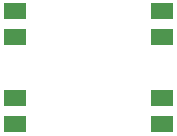
<source format=gbr>
G04 EAGLE Gerber RS-274X export*
G75*
%MOMM*%
%FSLAX34Y34*%
%LPD*%
%INSolderpaste Top*%
%IPPOS*%
%AMOC8*
5,1,8,0,0,1.08239X$1,22.5*%
G01*
%ADD10R,1.900000X1.400000*%


D10*
X14200Y200500D03*
X14200Y178500D03*
X14200Y126500D03*
X14200Y104500D03*
X138200Y104500D03*
X138200Y126500D03*
X138200Y178500D03*
X138200Y200500D03*
M02*

</source>
